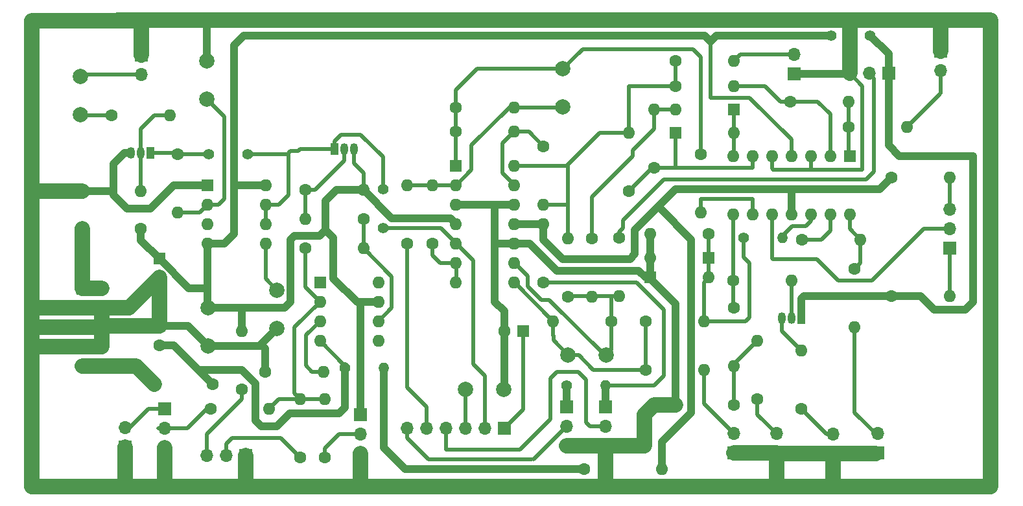
<source format=gtl>
G04 #@! TF.GenerationSoftware,KiCad,Pcbnew,(6.0.6)*
G04 #@! TF.CreationDate,2023-01-04T14:36:35+01:00*
G04 #@! TF.ProjectId,yusynth lfo_new_con2x5,79757379-6e74-4682-906c-666f5f6e6577,rev?*
G04 #@! TF.SameCoordinates,Original*
G04 #@! TF.FileFunction,Copper,L1,Top*
G04 #@! TF.FilePolarity,Positive*
%FSLAX46Y46*%
G04 Gerber Fmt 4.6, Leading zero omitted, Abs format (unit mm)*
G04 Created by KiCad (PCBNEW (6.0.6)) date 2023-01-04 14:36:35*
%MOMM*%
%LPD*%
G01*
G04 APERTURE LIST*
G04 Aperture macros list*
%AMRoundRect*
0 Rectangle with rounded corners*
0 $1 Rounding radius*
0 $2 $3 $4 $5 $6 $7 $8 $9 X,Y pos of 4 corners*
0 Add a 4 corners polygon primitive as box body*
4,1,4,$2,$3,$4,$5,$6,$7,$8,$9,$2,$3,0*
0 Add four circle primitives for the rounded corners*
1,1,$1+$1,$2,$3*
1,1,$1+$1,$4,$5*
1,1,$1+$1,$6,$7*
1,1,$1+$1,$8,$9*
0 Add four rect primitives between the rounded corners*
20,1,$1+$1,$2,$3,$4,$5,0*
20,1,$1+$1,$4,$5,$6,$7,0*
20,1,$1+$1,$6,$7,$8,$9,0*
20,1,$1+$1,$8,$9,$2,$3,0*%
G04 Aperture macros list end*
G04 #@! TA.AperFunction,ComponentPad*
%ADD10R,1.700000X1.700000*%
G04 #@! TD*
G04 #@! TA.AperFunction,ComponentPad*
%ADD11O,1.700000X1.700000*%
G04 #@! TD*
G04 #@! TA.AperFunction,ComponentPad*
%ADD12R,1.050000X1.500000*%
G04 #@! TD*
G04 #@! TA.AperFunction,ComponentPad*
%ADD13O,1.050000X1.500000*%
G04 #@! TD*
G04 #@! TA.AperFunction,ComponentPad*
%ADD14C,2.000000*%
G04 #@! TD*
G04 #@! TA.AperFunction,ComponentPad*
%ADD15C,1.600000*%
G04 #@! TD*
G04 #@! TA.AperFunction,ComponentPad*
%ADD16O,1.600000X1.600000*%
G04 #@! TD*
G04 #@! TA.AperFunction,ComponentPad*
%ADD17R,1.600000X1.600000*%
G04 #@! TD*
G04 #@! TA.AperFunction,ComponentPad*
%ADD18C,1.400000*%
G04 #@! TD*
G04 #@! TA.AperFunction,ComponentPad*
%ADD19O,1.400000X1.400000*%
G04 #@! TD*
G04 #@! TA.AperFunction,ComponentPad*
%ADD20RoundRect,0.250000X-0.600000X-0.600000X0.600000X-0.600000X0.600000X0.600000X-0.600000X0.600000X0*%
G04 #@! TD*
G04 #@! TA.AperFunction,ComponentPad*
%ADD21C,1.700000*%
G04 #@! TD*
G04 #@! TA.AperFunction,Conductor*
%ADD22C,0.500000*%
G04 #@! TD*
G04 #@! TA.AperFunction,Conductor*
%ADD23C,0.250000*%
G04 #@! TD*
G04 #@! TA.AperFunction,Conductor*
%ADD24C,2.000000*%
G04 #@! TD*
G04 #@! TA.AperFunction,Conductor*
%ADD25C,1.000000*%
G04 #@! TD*
G04 APERTURE END LIST*
D10*
X158623000Y-75311000D03*
D11*
X158623000Y-77851000D03*
X158623000Y-80391000D03*
D12*
X123190000Y-41635000D03*
D13*
X124460000Y-41635000D03*
X125730000Y-41635000D03*
D14*
X106680000Y-67397000D03*
X106680000Y-62397000D03*
D15*
X175387000Y-75057000D03*
D16*
X167767000Y-75057000D03*
D15*
X118745000Y-81915000D03*
D16*
X118745000Y-74295000D03*
D17*
X139065000Y-43810000D03*
D16*
X139065000Y-46350000D03*
X139065000Y-48890000D03*
X139065000Y-51430000D03*
X139065000Y-53970000D03*
X139065000Y-56510000D03*
X139065000Y-59050000D03*
X146685000Y-59050000D03*
X146685000Y-56510000D03*
X146685000Y-53970000D03*
X146685000Y-51430000D03*
X146685000Y-48890000D03*
X146685000Y-46350000D03*
X146685000Y-43810000D03*
D15*
X160401000Y-53213000D03*
D16*
X160401000Y-60833000D03*
D15*
X182753000Y-35433000D03*
D16*
X190373000Y-35433000D03*
D15*
X175260000Y-58801000D03*
D16*
X182880000Y-58801000D03*
D17*
X147867379Y-65405000D03*
D15*
X145367379Y-65405000D03*
X111125000Y-73025000D03*
D16*
X111125000Y-65405000D03*
D15*
X136017000Y-53975000D03*
D16*
X136017000Y-46355000D03*
D15*
X163830000Y-64135000D03*
D16*
X171450000Y-64135000D03*
D18*
X153543000Y-72517000D03*
D19*
X158623000Y-72517000D03*
D10*
X126619000Y-76342000D03*
D11*
X126619000Y-78882000D03*
X126619000Y-81422000D03*
D17*
X106563000Y-46365000D03*
D16*
X106563000Y-48905000D03*
X106563000Y-51445000D03*
X106563000Y-53985000D03*
X114183000Y-53985000D03*
X114183000Y-51445000D03*
X114183000Y-48905000D03*
X114183000Y-46365000D03*
D18*
X176657000Y-53213000D03*
D19*
X181737000Y-53213000D03*
D10*
X194158000Y-81387000D03*
D11*
X194158000Y-78847000D03*
D15*
X119380000Y-46990000D03*
D16*
X127000000Y-46990000D03*
D14*
X153035000Y-36155000D03*
X153035000Y-31155000D03*
D15*
X153670000Y-60960000D03*
D16*
X153670000Y-53340000D03*
D15*
X191135000Y-57277000D03*
D16*
X191135000Y-64897000D03*
D18*
X106807000Y-42291000D03*
X111887000Y-42291000D03*
D17*
X190505000Y-42555000D03*
D16*
X187965000Y-42555000D03*
X185425000Y-42555000D03*
X182885000Y-42555000D03*
X180345000Y-42555000D03*
X177805000Y-42555000D03*
X175265000Y-42555000D03*
X175265000Y-50175000D03*
X177805000Y-50175000D03*
X180345000Y-50175000D03*
X182885000Y-50175000D03*
X185425000Y-50175000D03*
X187965000Y-50175000D03*
X190505000Y-50175000D03*
D10*
X202336000Y-28849000D03*
D11*
X202336000Y-31389000D03*
D10*
X203581000Y-54595000D03*
D11*
X203581000Y-52055000D03*
X203581000Y-49515000D03*
D10*
X100990000Y-75580000D03*
D11*
X100990000Y-78120000D03*
X100990000Y-80660000D03*
D18*
X129540000Y-46863000D03*
X129540000Y-51943000D03*
D15*
X155829000Y-83439000D03*
D16*
X165989000Y-83439000D03*
D14*
X106553000Y-30139000D03*
X106553000Y-35139000D03*
D15*
X184277000Y-53467000D03*
D16*
X191897000Y-53467000D03*
D15*
X167767000Y-33401000D03*
D16*
X175387000Y-33401000D03*
D10*
X183236000Y-31857000D03*
D11*
X183236000Y-29317000D03*
D18*
X193167000Y-26797000D03*
X188087000Y-26797000D03*
D10*
X180950000Y-81387000D03*
D11*
X180950000Y-78847000D03*
D15*
X119380000Y-54610000D03*
D16*
X127000000Y-54610000D03*
D12*
X184150000Y-63775000D03*
D13*
X182880000Y-63775000D03*
X181610000Y-63775000D03*
D15*
X178435000Y-74295000D03*
D16*
X178435000Y-66675000D03*
D12*
X99187000Y-42185000D03*
D13*
X97917000Y-42185000D03*
X96647000Y-42185000D03*
D18*
X124587000Y-70231000D03*
D19*
X129667000Y-70231000D03*
D15*
X167767000Y-30099000D03*
D16*
X175387000Y-30099000D03*
D15*
X121920000Y-81915000D03*
D16*
X121920000Y-74295000D03*
D14*
X140335000Y-73025000D03*
X145335000Y-73025000D03*
X158710000Y-68580000D03*
X153710000Y-68580000D03*
D15*
X195961000Y-45339000D03*
D16*
X203581000Y-45339000D03*
D15*
X164973000Y-44069000D03*
D16*
X164973000Y-36449000D03*
D14*
X90043000Y-32131000D03*
X90043000Y-37131000D03*
D20*
X90292000Y-59822000D03*
D21*
X92832000Y-59822000D03*
X90292000Y-62362000D03*
X92832000Y-62362000D03*
X90292000Y-64902000D03*
X92832000Y-64902000D03*
X90292000Y-67442000D03*
X92832000Y-67442000D03*
X90292000Y-69982000D03*
X92832000Y-69982000D03*
D17*
X164465000Y-58420000D03*
D16*
X172085000Y-58420000D03*
D15*
X190373000Y-38735000D03*
D16*
X197993000Y-38735000D03*
D15*
X161671000Y-47117000D03*
D16*
X161671000Y-39497000D03*
D17*
X100330000Y-64770000D03*
D15*
X100330000Y-67270000D03*
X132715000Y-53975000D03*
D16*
X132715000Y-46355000D03*
D10*
X175362000Y-81387000D03*
D11*
X175362000Y-78847000D03*
D15*
X159385000Y-64135000D03*
D16*
X151765000Y-64135000D03*
D17*
X172085000Y-55880000D03*
D16*
X164465000Y-55880000D03*
D15*
X172085000Y-52705000D03*
D16*
X164465000Y-52705000D03*
D15*
X150495000Y-41275000D03*
D16*
X150495000Y-48895000D03*
D15*
X156845000Y-53340000D03*
D16*
X156845000Y-60960000D03*
D15*
X184150000Y-75565000D03*
D16*
X184150000Y-67945000D03*
D10*
X188341000Y-81407000D03*
D11*
X188341000Y-78867000D03*
D15*
X107061000Y-75565000D03*
D16*
X114681000Y-75565000D03*
D15*
X163830000Y-70485000D03*
D16*
X171450000Y-70485000D03*
D10*
X97942000Y-29357000D03*
D11*
X97942000Y-31897000D03*
D15*
X107315000Y-72390000D03*
D16*
X99695000Y-72390000D03*
D10*
X195580000Y-31750000D03*
D11*
X193040000Y-31750000D03*
X190500000Y-31750000D03*
D15*
X171069000Y-42291000D03*
D16*
X171069000Y-49911000D03*
D15*
X195961000Y-60833000D03*
D16*
X203581000Y-60833000D03*
D17*
X100330000Y-55967621D03*
D15*
X100330000Y-58467621D03*
X102743000Y-42291000D03*
D16*
X102743000Y-49911000D03*
D10*
X145415000Y-78105000D03*
D11*
X142875000Y-78105000D03*
X140335000Y-78105000D03*
X137795000Y-78105000D03*
X135255000Y-78105000D03*
X132715000Y-78105000D03*
D15*
X139065000Y-39370000D03*
D16*
X146685000Y-39370000D03*
D10*
X111618000Y-81686000D03*
D11*
X109078000Y-81686000D03*
X106538000Y-81686000D03*
D17*
X175387000Y-36449000D03*
D16*
X167767000Y-36449000D03*
D10*
X153543000Y-75311000D03*
D11*
X153543000Y-77851000D03*
X153543000Y-80391000D03*
D15*
X90297000Y-47117000D03*
D16*
X97917000Y-47117000D03*
D17*
X121295000Y-59065000D03*
D16*
X121295000Y-61605000D03*
X121295000Y-64145000D03*
X121295000Y-66685000D03*
X128915000Y-66685000D03*
X128915000Y-64145000D03*
X128915000Y-61605000D03*
X128915000Y-59065000D03*
D14*
X115697000Y-65111000D03*
X115697000Y-60111000D03*
D15*
X175387000Y-62357000D03*
D16*
X175387000Y-69977000D03*
D15*
X139065000Y-36195000D03*
D16*
X146685000Y-36195000D03*
D15*
X150495000Y-59055000D03*
D16*
X150495000Y-51435000D03*
D15*
X114173000Y-70739000D03*
D16*
X121793000Y-70739000D03*
D15*
X127000000Y-50800000D03*
D16*
X119380000Y-50800000D03*
D15*
X94107000Y-37211000D03*
D16*
X101727000Y-37211000D03*
D15*
X97917000Y-52070000D03*
D16*
X90297000Y-52070000D03*
D10*
X95860000Y-80625000D03*
D11*
X95860000Y-78085000D03*
D17*
X167767000Y-39497000D03*
D16*
X175387000Y-39497000D03*
D22*
X90277000Y-31897000D02*
X90043000Y-32131000D01*
X97942000Y-31897000D02*
X90277000Y-31897000D01*
X94107000Y-37211000D02*
X90123000Y-37211000D01*
D23*
X90123000Y-37211000D02*
X90043000Y-37131000D01*
D24*
X100330000Y-64770000D02*
X100330000Y-58467621D01*
D23*
X190393000Y-31857000D02*
X190500000Y-31750000D01*
D24*
X164973000Y-75057000D02*
X163703000Y-76327000D01*
X168021000Y-85725000D02*
X180721000Y-85725000D01*
X98425000Y-24765000D02*
X96901000Y-24765000D01*
X208915000Y-31877000D02*
X208915000Y-24765000D01*
X163703000Y-76327000D02*
X163703000Y-80137000D01*
D25*
X146695000Y-53970000D02*
X144150000Y-53970000D01*
D23*
X190398000Y-31648000D02*
X190500000Y-31750000D01*
X194158000Y-81641000D02*
X193924000Y-81407000D01*
D25*
X106563000Y-46365000D02*
X102225000Y-46365000D01*
X183236000Y-31857000D02*
X190393000Y-31857000D01*
D24*
X99695000Y-85725000D02*
X101219000Y-85725000D01*
X180975000Y-85725000D02*
X188087000Y-85725000D01*
X106807000Y-24765000D02*
X98425000Y-24765000D01*
X189611000Y-85725000D02*
X208915000Y-85725000D01*
X96348000Y-62402000D02*
X100330000Y-58420000D01*
D25*
X164465000Y-58420000D02*
X164465000Y-55880000D01*
D23*
X180970000Y-81407000D02*
X180950000Y-81387000D01*
D22*
X185425000Y-42555000D02*
X185425000Y-44323000D01*
D24*
X83693000Y-24848000D02*
X96818000Y-24848000D01*
X158623000Y-80391000D02*
X163703000Y-80391000D01*
D23*
X83952000Y-62362000D02*
X83693000Y-62103000D01*
D24*
X158623000Y-80645000D02*
X158623000Y-85471000D01*
X90297000Y-47117000D02*
X83947000Y-47117000D01*
D23*
X144145000Y-53975000D02*
X144145000Y-53213000D01*
D24*
X97942000Y-29357000D02*
X97942000Y-25248000D01*
D23*
X144145000Y-49149000D02*
X144404000Y-48890000D01*
D24*
X92832000Y-62362000D02*
X92832000Y-67442000D01*
D23*
X100990000Y-85496000D02*
X101219000Y-85725000D01*
X83942000Y-67442000D02*
X83693000Y-67691000D01*
X96818000Y-24848000D02*
X96901000Y-24765000D01*
D22*
X180721000Y-85725000D02*
X180975000Y-85725000D01*
D25*
X113411000Y-67397000D02*
X112355000Y-67397000D01*
D23*
X100330000Y-64770000D02*
X100330000Y-64682379D01*
D24*
X96901000Y-24765000D02*
X94869000Y-24765000D01*
X133223000Y-85725000D02*
X153543000Y-85725000D01*
X202336000Y-28849000D02*
X202336000Y-24790000D01*
D23*
X100203000Y-64643000D02*
X100330000Y-64770000D01*
D25*
X94361000Y-47625000D02*
X94361000Y-46863000D01*
D24*
X190500000Y-31750000D02*
X190500000Y-24892000D01*
D25*
X145367379Y-65405000D02*
X145367379Y-62817379D01*
D24*
X95860000Y-80625000D02*
X95860000Y-85700000D01*
D25*
X148712000Y-53970000D02*
X152273000Y-57531000D01*
D24*
X92832000Y-62402000D02*
X96348000Y-62402000D01*
D23*
X144150000Y-53970000D02*
X144145000Y-53975000D01*
D24*
X202311000Y-24765000D02*
X190627000Y-24765000D01*
D23*
X180950000Y-85700000D02*
X180975000Y-85725000D01*
X106633000Y-67350000D02*
X106680000Y-67397000D01*
D24*
X159131000Y-85725000D02*
X168021000Y-85725000D01*
X91313000Y-85725000D02*
X99695000Y-85725000D01*
D25*
X106553000Y-30139000D02*
X106553000Y-25019000D01*
X144145000Y-53721000D02*
X144145000Y-49149000D01*
D23*
X164465000Y-58801000D02*
X164465000Y-58420000D01*
D25*
X164465000Y-58547000D02*
X167767000Y-61849000D01*
D23*
X92924000Y-67350000D02*
X92832000Y-67442000D01*
X163830000Y-58420000D02*
X164465000Y-58420000D01*
X97942000Y-25248000D02*
X98425000Y-24765000D01*
X94361000Y-46863000D02*
X94107000Y-47117000D01*
D25*
X102225000Y-46365000D02*
X99187000Y-49403000D01*
X104053000Y-64770000D02*
X106680000Y-67397000D01*
D23*
X158623000Y-85471000D02*
X158877000Y-85725000D01*
D25*
X145367379Y-65405000D02*
X145367379Y-72992621D01*
D24*
X208915000Y-24765000D02*
X202311000Y-24765000D01*
D22*
X192151000Y-44323000D02*
X192151000Y-33401000D01*
D23*
X163703000Y-80137000D02*
X163703000Y-80391000D01*
D24*
X111618000Y-81686000D02*
X111618000Y-85710000D01*
D23*
X188341000Y-85471000D02*
X188087000Y-85725000D01*
D24*
X83693000Y-85725000D02*
X83693000Y-67691000D01*
D25*
X144145000Y-61595000D02*
X144145000Y-53975000D01*
D23*
X164465000Y-58420000D02*
X164465000Y-58547000D01*
X189845000Y-85491000D02*
X189611000Y-85725000D01*
X84196000Y-64902000D02*
X83693000Y-65405000D01*
D24*
X175362000Y-81387000D02*
X180950000Y-81387000D01*
D25*
X99187000Y-49403000D02*
X96139000Y-49403000D01*
D24*
X92832000Y-64902000D02*
X84196000Y-64902000D01*
D25*
X114173000Y-67711000D02*
X113645000Y-67183000D01*
D23*
X106553000Y-25019000D02*
X106807000Y-24765000D01*
D24*
X188341000Y-81407000D02*
X188341000Y-85471000D01*
X83693000Y-65405000D02*
X83693000Y-62103000D01*
D23*
X99949000Y-85471000D02*
X99695000Y-85725000D01*
X139070000Y-48895000D02*
X139075000Y-48890000D01*
X144404000Y-48890000D02*
X146695000Y-48890000D01*
D25*
X100330000Y-64770000D02*
X104053000Y-64770000D01*
D24*
X193924000Y-81407000D02*
X180970000Y-81407000D01*
D25*
X146695000Y-53970000D02*
X148712000Y-53970000D01*
X96139000Y-49403000D02*
X94361000Y-47625000D01*
X95737000Y-42185000D02*
X94361000Y-43561000D01*
D23*
X208890000Y-31902000D02*
X208915000Y-31877000D01*
D24*
X190627000Y-24765000D02*
X106807000Y-24765000D01*
X208915000Y-85725000D02*
X208915000Y-31877000D01*
D22*
X180345000Y-42555000D02*
X180345000Y-44201000D01*
D25*
X106680000Y-67397000D02*
X112355000Y-67397000D01*
D23*
X111618000Y-85710000D02*
X111633000Y-85725000D01*
D25*
X94361000Y-43561000D02*
X94361000Y-46863000D01*
D24*
X100330000Y-58420000D02*
X100203000Y-58547000D01*
D22*
X180467000Y-44323000D02*
X192151000Y-44323000D01*
D25*
X115697000Y-65111000D02*
X113411000Y-67397000D01*
D24*
X167767000Y-75057000D02*
X164973000Y-75057000D01*
X153543000Y-80391000D02*
X158623000Y-80391000D01*
X92832000Y-62362000D02*
X83952000Y-62362000D01*
D25*
X152273000Y-57531000D02*
X162941000Y-57531000D01*
D24*
X111633000Y-85725000D02*
X126619000Y-85725000D01*
D25*
X96647000Y-42185000D02*
X95737000Y-42185000D01*
D23*
X83947000Y-47117000D02*
X83693000Y-47371000D01*
D24*
X100990000Y-80660000D02*
X100990000Y-85496000D01*
D23*
X163195000Y-85725000D02*
X168021000Y-85725000D01*
D24*
X83693000Y-62103000D02*
X83693000Y-47371000D01*
X188087000Y-85725000D02*
X189611000Y-85725000D01*
D25*
X167767000Y-61849000D02*
X167767000Y-75057000D01*
D23*
X180955000Y-85491000D02*
X180721000Y-85725000D01*
D25*
X139075000Y-48890000D02*
X146695000Y-48890000D01*
D23*
X91948000Y-86360000D02*
X91313000Y-85725000D01*
D24*
X92832000Y-67442000D02*
X83942000Y-67442000D01*
X83693000Y-67691000D02*
X83693000Y-65405000D01*
X101219000Y-85725000D02*
X111633000Y-85725000D01*
X100330000Y-64770000D02*
X92924000Y-64770000D01*
D23*
X202336000Y-24790000D02*
X202311000Y-24765000D01*
X96520000Y-86360000D02*
X91948000Y-86360000D01*
D24*
X153543000Y-85725000D02*
X158877000Y-85725000D01*
X180950000Y-81387000D02*
X180950000Y-85700000D01*
D25*
X114173000Y-70739000D02*
X114173000Y-67711000D01*
D24*
X126619000Y-81422000D02*
X126619000Y-85725000D01*
D23*
X145367379Y-72992621D02*
X145335000Y-73025000D01*
D22*
X100290000Y-64730000D02*
X100330000Y-64770000D01*
D25*
X162941000Y-57531000D02*
X163830000Y-58420000D01*
D22*
X192151000Y-33401000D02*
X190500000Y-31750000D01*
D24*
X91313000Y-85725000D02*
X83693000Y-85725000D01*
X126619000Y-85725000D02*
X133223000Y-85725000D01*
D25*
X164465000Y-52705000D02*
X164465000Y-55880000D01*
D24*
X83693000Y-47371000D02*
X83693000Y-24848000D01*
D25*
X94107000Y-47117000D02*
X90297000Y-47117000D01*
X145367379Y-62817379D02*
X144145000Y-61595000D01*
D23*
X112355000Y-67397000D02*
X112609000Y-67397000D01*
X180345000Y-44201000D02*
X180467000Y-44323000D01*
X190500000Y-24892000D02*
X190627000Y-24765000D01*
D22*
X158877000Y-85725000D02*
X159131000Y-85725000D01*
X102743000Y-49911000D02*
X105557000Y-49911000D01*
X106553000Y-35139000D02*
X108839000Y-37425000D01*
X108839000Y-37425000D02*
X108839000Y-40513000D01*
X106563000Y-48905000D02*
X108067000Y-48905000D01*
X108839000Y-40513000D02*
X108839000Y-39965000D01*
X105557000Y-49911000D02*
X106563000Y-48905000D01*
X108839000Y-48133000D02*
X108839000Y-40513000D01*
X108067000Y-48905000D02*
X108839000Y-48133000D01*
X114183000Y-53985000D02*
X114183000Y-58597000D01*
X114183000Y-58597000D02*
X115697000Y-60111000D01*
X140335000Y-78105000D02*
X140335000Y-73025000D01*
X145415000Y-78105000D02*
X147867379Y-75652621D01*
X147867379Y-75652621D02*
X147867379Y-65405000D01*
D23*
X106563000Y-62280000D02*
X106680000Y-62397000D01*
D25*
X111125000Y-65405000D02*
X111125000Y-62437000D01*
X111085000Y-62397000D02*
X106680000Y-62397000D01*
X111379000Y-26797000D02*
X171577000Y-26797000D01*
X123063000Y-58547000D02*
X123063000Y-53213000D01*
X171577000Y-26797000D02*
X172339000Y-27559000D01*
X206629000Y-61595000D02*
X206629000Y-42545000D01*
X184150000Y-61214000D02*
X184531000Y-60833000D01*
X130683000Y-50673000D02*
X127000000Y-46990000D01*
D22*
X172339000Y-27559000D02*
X172339000Y-34925000D01*
D25*
X193167000Y-26797000D02*
X195580000Y-29210000D01*
D22*
X125730000Y-41635000D02*
X125730000Y-43520991D01*
X172339000Y-34925000D02*
X177419000Y-34925000D01*
D25*
X206629000Y-42545000D02*
X196977000Y-42545000D01*
X104180000Y-59817621D02*
X100330000Y-55967621D01*
D23*
X127000000Y-46990000D02*
X127000000Y-46988604D01*
D25*
X172339000Y-27559000D02*
X173101000Y-26797000D01*
X201549000Y-62611000D02*
X205613000Y-62611000D01*
X106563000Y-53985000D02*
X106563000Y-62280000D01*
D22*
X126355000Y-61605000D02*
X126121000Y-61605000D01*
D25*
X116673000Y-62397000D02*
X111085000Y-62397000D01*
X126121000Y-61605000D02*
X123063000Y-58547000D01*
X122047000Y-48387000D02*
X122047000Y-52197000D01*
X184150000Y-63775000D02*
X184150000Y-61214000D01*
X195580000Y-29210000D02*
X195580000Y-31750000D01*
X199771000Y-60833000D02*
X201549000Y-62611000D01*
X127000000Y-46990000D02*
X123444000Y-46990000D01*
X184531000Y-60833000D02*
X199771000Y-60833000D01*
X126629000Y-61605000D02*
X126355000Y-61605000D01*
X97917000Y-53554621D02*
X97917000Y-52070000D01*
X128915000Y-61605000D02*
X126629000Y-61605000D01*
X121285000Y-52959000D02*
X117983000Y-52959000D01*
X126619000Y-76342000D02*
X126619000Y-61615000D01*
D23*
X110119000Y-46365000D02*
X110109000Y-46355000D01*
X111125000Y-62437000D02*
X111085000Y-62397000D01*
D25*
X195580000Y-41148000D02*
X195580000Y-31750000D01*
X110109000Y-52705000D02*
X110109000Y-46609000D01*
X196977000Y-42545000D02*
X195580000Y-41148000D01*
X114183000Y-46365000D02*
X110119000Y-46365000D01*
X117983000Y-52959000D02*
X117475000Y-53467000D01*
X106592379Y-59817621D02*
X104180000Y-59817621D01*
X108829000Y-53985000D02*
X110109000Y-52705000D01*
X123444000Y-46990000D02*
X122047000Y-48387000D01*
X110109000Y-28067000D02*
X111379000Y-26797000D01*
D22*
X127000000Y-44790991D02*
X125730000Y-43520991D01*
D25*
X122047000Y-52197000D02*
X121285000Y-52959000D01*
D22*
X177419000Y-34925000D02*
X182885000Y-40391000D01*
D25*
X138318000Y-50673000D02*
X130683000Y-50673000D01*
X100330000Y-55967621D02*
X97917000Y-53554621D01*
X106563000Y-53985000D02*
X108829000Y-53985000D01*
X117475000Y-53467000D02*
X117475000Y-61595000D01*
X205613000Y-62611000D02*
X206629000Y-61595000D01*
D22*
X182885000Y-40391000D02*
X182885000Y-42555000D01*
D25*
X173101000Y-26797000D02*
X188087000Y-26797000D01*
X117475000Y-61595000D02*
X116673000Y-62397000D01*
D23*
X126619000Y-61615000D02*
X126629000Y-61605000D01*
D25*
X123063000Y-53213000D02*
X122047000Y-52197000D01*
D22*
X127000000Y-46990000D02*
X127000000Y-44790991D01*
D25*
X110109000Y-47117000D02*
X110109000Y-28067000D01*
X139075000Y-51430000D02*
X138318000Y-50673000D01*
X124587000Y-75436604D02*
X124587000Y-69977000D01*
X153035000Y-56007000D02*
X161798000Y-56007000D01*
X167767000Y-46863000D02*
X179573000Y-46863000D01*
X115697000Y-77851000D02*
X117348000Y-76200000D01*
X162433000Y-55372000D02*
X162433000Y-52197000D01*
X165989000Y-79883000D02*
X166878000Y-78994000D01*
X169799000Y-76073000D02*
X169799000Y-53467000D01*
X112903000Y-72263000D02*
X112903000Y-77089000D01*
X112903000Y-77089000D02*
X113665000Y-77851000D01*
X155575000Y-83439000D02*
X132461000Y-83439000D01*
X166878000Y-78994000D02*
X169799000Y-76073000D01*
X150495000Y-51435000D02*
X150495000Y-53467000D01*
X117348000Y-76200000D02*
X123823604Y-76200000D01*
X100330000Y-67270000D02*
X102195000Y-67270000D01*
X194437000Y-46863000D02*
X183007000Y-46863000D01*
D23*
X182885000Y-46985000D02*
X183007000Y-46863000D01*
D25*
X123823604Y-76200000D02*
X124587000Y-75436604D01*
X129667000Y-70231000D02*
X129667000Y-80645000D01*
X165354000Y-49276000D02*
X167767000Y-46863000D01*
D22*
X124587000Y-69977000D02*
X121295000Y-66685000D01*
D25*
X132461000Y-83439000D02*
X129667000Y-80645000D01*
X105410000Y-70485000D02*
X111125000Y-70485000D01*
X195961000Y-45339000D02*
X194437000Y-46863000D01*
D22*
X166751000Y-79121000D02*
X166878000Y-78994000D01*
D25*
X165989000Y-83439000D02*
X165989000Y-79883000D01*
X150495000Y-53467000D02*
X153035000Y-56007000D01*
X161798000Y-56007000D02*
X162433000Y-55372000D01*
X183007000Y-46863000D02*
X179573000Y-46863000D01*
X146695000Y-51430000D02*
X150490000Y-51430000D01*
X162433000Y-52197000D02*
X165354000Y-49276000D01*
X102195000Y-67270000D02*
X107315000Y-72390000D01*
D23*
X165608000Y-49276000D02*
X165354000Y-49276000D01*
D25*
X111125000Y-70485000D02*
X112903000Y-72263000D01*
X182885000Y-50175000D02*
X182885000Y-46985000D01*
X113665000Y-77851000D02*
X115697000Y-77851000D01*
D23*
X150490000Y-51430000D02*
X150495000Y-51435000D01*
D25*
X169799000Y-53467000D02*
X165608000Y-49276000D01*
D23*
X129667000Y-80645000D02*
X129667000Y-80899000D01*
D22*
X141097000Y-41148000D02*
X141097000Y-44328000D01*
D23*
X153035000Y-36155000D02*
X150749000Y-36155000D01*
X139070000Y-46355000D02*
X139075000Y-46350000D01*
D22*
X152995000Y-36195000D02*
X153035000Y-36155000D01*
X146685000Y-36195000D02*
X146050000Y-36195000D01*
X141097000Y-44328000D02*
X139075000Y-46350000D01*
X146050000Y-36195000D02*
X141097000Y-41148000D01*
X132715000Y-46355000D02*
X139070000Y-46355000D01*
X146685000Y-36195000D02*
X152995000Y-36195000D01*
X171069000Y-29591000D02*
X171069000Y-42291000D01*
X139065000Y-33909000D02*
X141859000Y-31115000D01*
X141859000Y-31115000D02*
X141899000Y-31155000D01*
X170053000Y-28575000D02*
X171069000Y-29591000D01*
X141899000Y-31155000D02*
X153035000Y-31155000D01*
X139065000Y-36195000D02*
X139065000Y-33909000D01*
X139065000Y-39370000D02*
X139065000Y-36195000D01*
D23*
X139030000Y-43855000D02*
X139075000Y-43810000D01*
D22*
X139065000Y-39370000D02*
X139065000Y-43800000D01*
D23*
X139065000Y-43800000D02*
X139075000Y-43810000D01*
D22*
X155615000Y-28575000D02*
X170053000Y-28575000D01*
X153035000Y-31155000D02*
X155615000Y-28575000D01*
X159385000Y-60833000D02*
X153797000Y-60833000D01*
D23*
X153797000Y-60833000D02*
X153670000Y-60960000D01*
D22*
X148463000Y-58278000D02*
X148463000Y-59563000D01*
X151257000Y-61341000D02*
X158496000Y-68580000D01*
D23*
X158496000Y-68580000D02*
X158710000Y-68580000D01*
D22*
X150241000Y-61341000D02*
X151257000Y-61341000D01*
X159385000Y-64135000D02*
X159385000Y-67905000D01*
X148463000Y-59563000D02*
X150241000Y-61341000D01*
X159385000Y-64135000D02*
X159385000Y-60833000D01*
X160401000Y-60833000D02*
X159385000Y-60833000D01*
X146695000Y-56510000D02*
X148463000Y-58278000D01*
X159385000Y-67905000D02*
X158710000Y-68580000D01*
X153710000Y-68580000D02*
X151785000Y-66655000D01*
X155087000Y-68580000D02*
X153710000Y-68580000D01*
D23*
X146695000Y-59065000D02*
X146695000Y-59050000D01*
D22*
X151765000Y-64135000D02*
X146695000Y-59065000D01*
D23*
X151765000Y-66000000D02*
X151785000Y-66020000D01*
D22*
X151765000Y-66000000D02*
X151765000Y-64135000D01*
X151785000Y-66655000D02*
X151785000Y-66020000D01*
X163830000Y-70485000D02*
X156992000Y-70485000D01*
X163830000Y-70485000D02*
X163830000Y-64135000D01*
X156992000Y-70485000D02*
X155087000Y-68580000D01*
X167767000Y-39497000D02*
X167767000Y-44069000D01*
X161671000Y-47117000D02*
X164719000Y-44069000D01*
X177805000Y-44069000D02*
X177805000Y-42555000D01*
X164719000Y-44069000D02*
X177805000Y-44069000D01*
X175387000Y-36195000D02*
X175387000Y-42433000D01*
D23*
X175387000Y-42433000D02*
X175265000Y-42555000D01*
D22*
X162179000Y-41783000D02*
X164973000Y-38989000D01*
X164973000Y-38989000D02*
X164973000Y-36449000D01*
X162179000Y-42545000D02*
X162179000Y-41783000D01*
X164973000Y-36449000D02*
X167767000Y-36449000D01*
X156845000Y-47879000D02*
X162179000Y-42545000D01*
X156845000Y-53340000D02*
X156845000Y-47879000D01*
X176911000Y-64135000D02*
X171450000Y-64135000D01*
X171450000Y-59055000D02*
X172085000Y-58420000D01*
X183007000Y-51689000D02*
X184785000Y-51689000D01*
X177419000Y-56515000D02*
X177419000Y-63627000D01*
X171450000Y-62865000D02*
X171450000Y-59055000D01*
X176657000Y-53213000D02*
X176657000Y-55753000D01*
X172085000Y-55880000D02*
X172085000Y-52705000D01*
X177419000Y-63627000D02*
X176911000Y-64135000D01*
X185425000Y-51049000D02*
X185425000Y-50175000D01*
X181483000Y-53213000D02*
X183007000Y-51689000D01*
X171450000Y-64135000D02*
X171450000Y-62865000D01*
X184785000Y-51689000D02*
X185425000Y-51049000D01*
X172085000Y-58420000D02*
X172085000Y-55880000D01*
X176657000Y-55753000D02*
X177419000Y-56515000D01*
X187452000Y-78867000D02*
X188341000Y-78867000D01*
X184150000Y-75565000D02*
X187452000Y-78867000D01*
X95860000Y-78085000D02*
X96413000Y-78085000D01*
X100975000Y-75565000D02*
X100990000Y-75580000D01*
X98933000Y-75565000D02*
X100975000Y-75565000D01*
X96413000Y-78085000D02*
X98933000Y-75565000D01*
X191135000Y-76078000D02*
X194158000Y-79101000D01*
X191135000Y-64897000D02*
X191135000Y-76078000D01*
X171450000Y-70485000D02*
X171450000Y-74935000D01*
X171450000Y-74935000D02*
X175362000Y-78847000D01*
X178435000Y-76332000D02*
X180950000Y-78847000D01*
X178435000Y-74295000D02*
X178435000Y-76332000D01*
X176169000Y-29317000D02*
X183236000Y-29317000D01*
X175387000Y-30099000D02*
X176169000Y-29317000D01*
X202336000Y-31389000D02*
X202336000Y-34392000D01*
X202291000Y-34437000D02*
X201930000Y-34798000D01*
X201930000Y-34798000D02*
X197993000Y-38735000D01*
D23*
X202336000Y-34392000D02*
X201930000Y-34798000D01*
D22*
X117475000Y-41910000D02*
X118466167Y-41910000D01*
X142875000Y-78105000D02*
X142875000Y-71247000D01*
X117221000Y-47625000D02*
X117221000Y-42164000D01*
X129540000Y-42672000D02*
X129540000Y-46863000D01*
X117221000Y-42164000D02*
X117475000Y-41910000D01*
X114183000Y-48905000D02*
X115941000Y-48905000D01*
X115941000Y-48905000D02*
X117221000Y-47625000D01*
X141351000Y-69723000D02*
X141351000Y-56246000D01*
X102637000Y-42185000D02*
X102743000Y-42291000D01*
X126619000Y-39751000D02*
X129540000Y-42672000D01*
X114183000Y-48905000D02*
X114183000Y-51445000D01*
X142875000Y-71247000D02*
X141351000Y-69723000D01*
X123190000Y-41635000D02*
X123190000Y-40640000D01*
X124079000Y-39751000D02*
X126619000Y-39751000D01*
X117094000Y-42291000D02*
X117475000Y-41910000D01*
X102743000Y-42291000D02*
X106807000Y-42291000D01*
X137048000Y-51943000D02*
X139075000Y-53970000D01*
X99187000Y-42185000D02*
X102637000Y-42185000D01*
X129540000Y-51943000D02*
X137048000Y-51943000D01*
D23*
X139060000Y-53970000D02*
X139075000Y-53970000D01*
D22*
X141351000Y-56246000D02*
X139075000Y-53970000D01*
X123190000Y-40640000D02*
X124079000Y-39751000D01*
X118466167Y-41910000D02*
X118741167Y-41635000D01*
X111887000Y-42291000D02*
X117094000Y-42291000D01*
X118741167Y-41635000D02*
X123190000Y-41635000D01*
X97917000Y-42185000D02*
X97917000Y-46863000D01*
X99695000Y-37211000D02*
X101727000Y-37211000D01*
X97917000Y-38989000D02*
X99695000Y-37211000D01*
X97917000Y-42185000D02*
X97917000Y-38989000D01*
X119380000Y-50800000D02*
X119380000Y-46990000D01*
X124460000Y-43180000D02*
X124460000Y-41635000D01*
X120650000Y-46990000D02*
X124460000Y-43180000D01*
X119380000Y-46990000D02*
X120650000Y-46990000D01*
X182880000Y-58801000D02*
X182880000Y-63775000D01*
X184150000Y-67945000D02*
X181610000Y-65405000D01*
X181610000Y-65405000D02*
X181610000Y-63775000D01*
X111125000Y-74295000D02*
X106538000Y-78882000D01*
X111125000Y-73025000D02*
X111125000Y-74295000D01*
X106538000Y-78882000D02*
X106538000Y-81686000D01*
X118745000Y-81915000D02*
X116205000Y-79375000D01*
X109855000Y-79375000D02*
X115189000Y-79375000D01*
X109078000Y-80152000D02*
X109855000Y-79375000D01*
X109078000Y-81686000D02*
X109078000Y-80152000D01*
X116205000Y-79375000D02*
X115189000Y-79375000D01*
X118745000Y-74295000D02*
X121920000Y-74295000D01*
X117983000Y-73533000D02*
X118745000Y-74295000D01*
X117983000Y-64917000D02*
X117983000Y-73533000D01*
X114681000Y-75565000D02*
X115951000Y-74295000D01*
X121295000Y-61605000D02*
X117983000Y-64917000D01*
X119380000Y-54610000D02*
X119380000Y-59690000D01*
X115951000Y-74295000D02*
X118745000Y-74295000D01*
X119380000Y-59690000D02*
X121295000Y-61605000D01*
X100178000Y-78105000D02*
X104013000Y-78105000D01*
X105791000Y-76327000D02*
X106553000Y-75565000D01*
X104013000Y-78105000D02*
X105791000Y-76327000D01*
X123825000Y-78867000D02*
X123840000Y-78882000D01*
X121920000Y-81915000D02*
X121920000Y-80772000D01*
X121920000Y-80772000D02*
X123825000Y-78867000D01*
X123840000Y-78882000D02*
X126619000Y-78882000D01*
X119469001Y-65970999D02*
X121295000Y-64145000D01*
X120269000Y-70739000D02*
X119469001Y-69939001D01*
X121793000Y-70739000D02*
X120269000Y-70739000D01*
X119469001Y-69939001D02*
X119469001Y-65970999D01*
X127000000Y-54610000D02*
X130683000Y-58293000D01*
X130683000Y-62377000D02*
X128915000Y-64145000D01*
X130683000Y-58293000D02*
X130683000Y-62377000D01*
X127000000Y-50800000D02*
X127000000Y-54610000D01*
X146685000Y-43810000D02*
X153548000Y-43810000D01*
X153548000Y-43810000D02*
X153670000Y-43688000D01*
X167767000Y-30099000D02*
X167767000Y-33401000D01*
X157861000Y-39497000D02*
X153670000Y-43688000D01*
X161671000Y-39497000D02*
X161671000Y-33401000D01*
D23*
X146700000Y-43815000D02*
X146695000Y-43810000D01*
D22*
X161671000Y-33401000D02*
X167767000Y-33401000D01*
X161671000Y-39497000D02*
X157861000Y-39497000D01*
X153670000Y-53340000D02*
X153670000Y-43688000D01*
X150495000Y-48895000D02*
X153543000Y-48895000D01*
X136017000Y-55499000D02*
X137028000Y-56510000D01*
X139075000Y-56510000D02*
X139075000Y-59050000D01*
X137028000Y-56510000D02*
X139075000Y-56510000D01*
X136017000Y-53975000D02*
X136017000Y-55499000D01*
X160401000Y-52451000D02*
X160909000Y-51943000D01*
X193675000Y-44577000D02*
X193675000Y-32385000D01*
X166243000Y-45593000D02*
X192151000Y-45593000D01*
X193675000Y-32385000D02*
X193040000Y-31750000D01*
X160909000Y-51943000D02*
X160909000Y-50927000D01*
X160909000Y-50927000D02*
X166243000Y-45593000D01*
D23*
X160401000Y-52705000D02*
X160401000Y-52451000D01*
D22*
X160909000Y-53213000D02*
X160401000Y-52705000D01*
X192151000Y-45593000D02*
X192659000Y-45593000D01*
X192659000Y-45593000D02*
X193675000Y-44577000D01*
X171069000Y-48133000D02*
X171069000Y-49911000D01*
X177805000Y-50175000D02*
X177805000Y-48133000D01*
X177805000Y-48133000D02*
X175763000Y-48133000D01*
X175763000Y-48133000D02*
X171069000Y-48133000D01*
D23*
X203566000Y-54610000D02*
X203581000Y-54595000D01*
D22*
X203581000Y-54595000D02*
X203581000Y-60833000D01*
X203581000Y-45339000D02*
X203581000Y-49515000D01*
X145161000Y-44816000D02*
X146695000Y-46350000D01*
X146685000Y-39370000D02*
X148590000Y-39370000D01*
X148590000Y-39370000D02*
X150495000Y-41275000D01*
X145161000Y-40894000D02*
X145161000Y-44816000D01*
X146685000Y-39370000D02*
X145161000Y-40894000D01*
X186817000Y-53467000D02*
X187965000Y-52319000D01*
X184277000Y-53467000D02*
X186817000Y-53467000D01*
X187965000Y-52319000D02*
X187965000Y-50175000D01*
X179451000Y-33401000D02*
X175387000Y-33401000D01*
X182753000Y-35433000D02*
X181483000Y-35433000D01*
X187965000Y-37089000D02*
X186309000Y-35433000D01*
X186309000Y-35433000D02*
X182753000Y-35433000D01*
X181483000Y-35433000D02*
X179451000Y-33401000D01*
X187965000Y-42555000D02*
X187965000Y-37089000D01*
D23*
X190373000Y-42423000D02*
X190505000Y-42555000D01*
D22*
X190373000Y-35433000D02*
X190373000Y-42423000D01*
X191897000Y-56515000D02*
X191135000Y-57277000D01*
X190505000Y-52075000D02*
X191897000Y-53467000D01*
X191897000Y-53467000D02*
X191897000Y-56515000D01*
X190505000Y-50175000D02*
X190505000Y-52075000D01*
D23*
X175265000Y-62235000D02*
X175387000Y-62357000D01*
D22*
X175265000Y-50175000D02*
X175265000Y-62235000D01*
X175387000Y-75057000D02*
X175387000Y-69723000D01*
X175387000Y-69723000D02*
X178435000Y-66675000D01*
X135255000Y-75311000D02*
X135255000Y-78105000D01*
X132715000Y-53975000D02*
X132715000Y-72771000D01*
X132715000Y-72771000D02*
X135255000Y-75311000D01*
X166243000Y-71247000D02*
X166243000Y-62611000D01*
X158623000Y-72517000D02*
X164973000Y-72517000D01*
X162687000Y-59055000D02*
X150495000Y-59055000D01*
X166243000Y-62611000D02*
X162687000Y-59055000D01*
D25*
X153543000Y-72517000D02*
X153543000Y-75311000D01*
D22*
X164973000Y-72517000D02*
X166243000Y-71247000D01*
D25*
X158623000Y-72517000D02*
X158623000Y-75311000D01*
D23*
X149225000Y-82169000D02*
X148717000Y-82169000D01*
D22*
X153543000Y-77851000D02*
X149225000Y-82169000D01*
X132715000Y-78105000D02*
X132715000Y-79375000D01*
X132715000Y-79375000D02*
X135509000Y-82169000D01*
X135509000Y-82169000D02*
X148717000Y-82169000D01*
X148717000Y-82169000D02*
X148971000Y-82169000D01*
X147447000Y-80899000D02*
X137795000Y-80899000D01*
X156591000Y-77851000D02*
X156083000Y-77343000D01*
X151384000Y-71628000D02*
X151384000Y-76962000D01*
X152273000Y-70739000D02*
X151384000Y-71628000D01*
X137795000Y-80899000D02*
X137795000Y-78105000D01*
X158623000Y-77851000D02*
X156591000Y-77851000D01*
X155067000Y-70739000D02*
X152273000Y-70739000D01*
X156083000Y-71755000D02*
X155067000Y-70739000D01*
X151384000Y-76962000D02*
X147447000Y-80899000D01*
X156083000Y-77343000D02*
X156083000Y-71755000D01*
X186182000Y-56007000D02*
X180467000Y-56007000D01*
X180467000Y-56007000D02*
X180345000Y-55885000D01*
X193421000Y-58801000D02*
X188976000Y-58801000D01*
X180345000Y-55885000D02*
X180345000Y-50175000D01*
X200167000Y-52055000D02*
X193421000Y-58801000D01*
X203581000Y-52055000D02*
X200167000Y-52055000D01*
X188976000Y-58801000D02*
X186182000Y-56007000D01*
D23*
X90297000Y-59817000D02*
X90292000Y-59822000D01*
D24*
X90297000Y-52070000D02*
X90297000Y-59817000D01*
X92832000Y-59822000D02*
X90292000Y-59822000D01*
X99695000Y-72390000D02*
X97287000Y-69982000D01*
X97287000Y-69982000D02*
X90292000Y-69982000D01*
D23*
X90297000Y-69987000D02*
X90292000Y-69982000D01*
M02*

</source>
